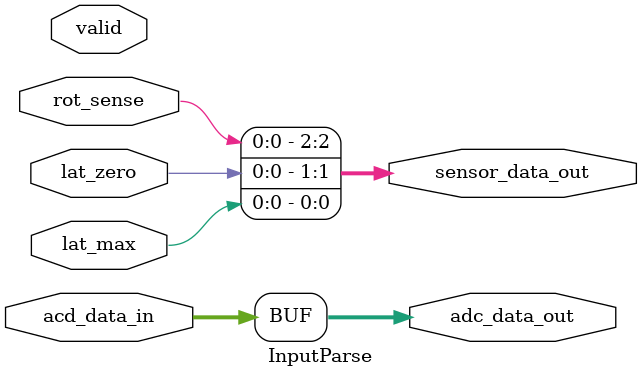
<source format=v>
`timescale 1ns / 1ps


module InputParse# 
(
    parameter ADC_DATA_WIDTH = 16,
    parameter AXIS_TDATA_WIDTH = 32
)
(
    input rot_sense,
    input lat_zero,
    input lat_max,
    input valid,
    input [AXIS_TDATA_WIDTH-1:0]        acd_data_in,
    output [AXIS_TDATA_WIDTH-1:0] adc_data_out,
    output [2:0] sensor_data_out
);
        
    assign adc_data_out = acd_data_in;
    assign sensor_data_out = {valid,rot_sense,lat_zero,lat_max};

endmodule

</source>
